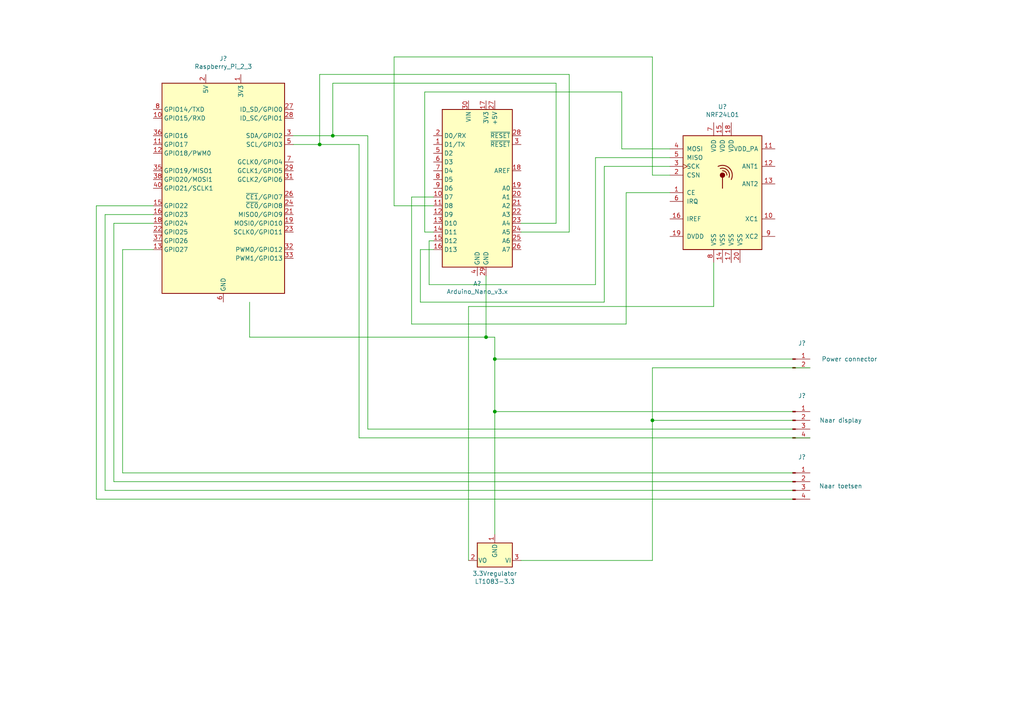
<source format=kicad_sch>
(kicad_sch (version 20250114) (generator "eeschema") (generator_version "9.0")
  (paper "A4")
  (lib_symbols
    (symbol "Connector:Conn_01x02_Male" (pin_names (offset 1.016) (hide yes))
      (property "Reference" "J" (at 0 2.54 0))
      (property "Value" "Connector_Conn_01x02_Male" (at 0 -5.08 0))
      (symbol "Conn_01x02_Male_1_1"
        (rectangle (start 0.8636 0.127) (end 0 -0.127) (stroke (width 0.1524)) (fill (type outline)))
        (rectangle (start 0.8636 -2.413) (end 0 -2.667) (stroke (width 0.1524)) (fill (type outline)))
        (polyline (pts (xy 1.27 0) (xy 0.8636 0)) (stroke (width 0.1524)))
        (polyline (pts (xy 1.27 -2.54) (xy 0.8636 -2.54)) (stroke (width 0.1524)))
        (pin passive line (at 5.08 0 180) (length 3.81) (name "Pin_1") (number "1"))
        (pin passive line (at 5.08 -2.54 180) (length 3.81) (name "Pin_2") (number "2"))
      )
    )
    (symbol "Connector:Conn_01x04_Male" (pin_names (offset 1.016) (hide yes))
      (property "Reference" "J" (at 0 5.08 0))
      (property "Value" "Connector_Conn_01x04_Male" (at 0 -7.62 0))
      (symbol "Conn_01x04_Male_1_1"
        (rectangle (start 0.8636 2.667) (end 0 2.413) (stroke (width 0.1524)) (fill (type outline)))
        (rectangle (start 0.8636 0.127) (end 0 -0.127) (stroke (width 0.1524)) (fill (type outline)))
        (rectangle (start 0.8636 -2.413) (end 0 -2.667) (stroke (width 0.1524)) (fill (type outline)))
        (rectangle (start 0.8636 -4.953) (end 0 -5.207) (stroke (width 0.1524)) (fill (type outline)))
        (polyline (pts (xy 1.27 2.54) (xy 0.8636 2.54)) (stroke (width 0.1524)))
        (polyline (pts (xy 1.27 0) (xy 0.8636 0)) (stroke (width 0.1524)))
        (polyline (pts (xy 1.27 -2.54) (xy 0.8636 -2.54)) (stroke (width 0.1524)))
        (polyline (pts (xy 1.27 -5.08) (xy 0.8636 -5.08)) (stroke (width 0.1524)))
        (pin passive line (at 5.08 2.54 180) (length 3.81) (name "Pin_1") (number "1"))
        (pin passive line (at 5.08 0 180) (length 3.81) (name "Pin_2") (number "2"))
        (pin passive line (at 5.08 -2.54 180) (length 3.81) (name "Pin_3") (number "3"))
        (pin passive line (at 5.08 -5.08 180) (length 3.81) (name "Pin_4") (number "4"))
      )
    )
    (symbol "Connector:Raspberry_Pi_2_3"
      (property "Reference" "J" (at -17.78 31.75 0))
      (property "Value" "Raspberry_Pi_2_3" (at 10.16 -31.75 0))
      (symbol "Raspberry_Pi_2_3_0_1"
        (rectangle (start -17.78 30.48) (end 17.78 -30.48) (stroke (width 0.254)) (fill (type background)))
      )
      (symbol "Raspberry_Pi_2_3_1_1"
        (pin bidirectional line (at -20.32 22.86 0) (length 2.54) (name "GPIO14/TXD") (number "8"))
        (pin bidirectional line (at -20.32 20.32 0) (length 2.54) (name "GPIO15/RXD") (number "10"))
        (pin bidirectional line (at -20.32 15.24 0) (length 2.54) (name "GPIO16") (number "36"))
        (pin bidirectional line (at -20.32 12.7 0) (length 2.54) (name "GPIO17") (number "11"))
        (pin bidirectional line (at -20.32 10.16 0) (length 2.54) (name "GPIO18/PWM0") (number "12"))
        (pin bidirectional line (at -20.32 5.08 0) (length 2.54) (name "GPIO19/MISO1") (number "35"))
        (pin bidirectional line (at -20.32 2.54 0) (length 2.54) (name "GPIO20/MOSI1") (number "38"))
        (pin bidirectional line (at -20.32 0 0) (length 2.54) (name "GPIO21/SCLK1") (number "40"))
        (pin bidirectional line (at -20.32 -5.08 0) (length 2.54) (name "GPIO22") (number "15"))
        (pin bidirectional line (at -20.32 -7.62 0) (length 2.54) (name "GPIO23") (number "16"))
        (pin bidirectional line (at -20.32 -10.16 0) (length 2.54) (name "GPIO24") (number "18"))
        (pin bidirectional line (at -20.32 -12.7 0) (length 2.54) (name "GPIO25") (number "22"))
        (pin bidirectional line (at -20.32 -15.24 0) (length 2.54) (name "GPIO26") (number "37"))
        (pin bidirectional line (at -20.32 -17.78 0) (length 2.54) (name "GPIO27") (number "13"))
        (pin power_in line (at -5.08 33.02 270) (length 2.54) (name "5V") (number "2"))
        (pin passive line (at -5.08 33.02 270) (length 2.54) (hide yes) (name "5V") (number "4"))
        (pin passive line (at 0 -33.02 90) (length 2.54) (hide yes) (name "GND") (number "14"))
        (pin passive line (at 0 -33.02 90) (length 2.54) (hide yes) (name "GND") (number "20"))
        (pin passive line (at 0 -33.02 90) (length 2.54) (hide yes) (name "GND") (number "25"))
        (pin passive line (at 0 -33.02 90) (length 2.54) (hide yes) (name "GND") (number "30"))
        (pin passive line (at 0 -33.02 90) (length 2.54) (hide yes) (name "GND") (number "34"))
        (pin passive line (at 0 -33.02 90) (length 2.54) (hide yes) (name "GND") (number "39"))
        (pin power_in line (at 0 -33.02 90) (length 2.54) (name "GND") (number "6"))
        (pin passive line (at 0 -33.02 90) (length 2.54) (hide yes) (name "GND") (number "9"))
        (pin power_in line (at 5.08 33.02 270) (length 2.54) (name "3V3") (number "1"))
        (pin passive line (at 5.08 33.02 270) (length 2.54) (hide yes) (name "3V3") (number "17"))
        (pin bidirectional line (at 20.32 22.86 180) (length 2.54) (name "ID_SD/GPIO0") (number "27"))
        (pin bidirectional line (at 20.32 20.32 180) (length 2.54) (name "ID_SC/GPIO1") (number "28"))
        (pin bidirectional line (at 20.32 15.24 180) (length 2.54) (name "SDA/GPIO2") (number "3"))
        (pin bidirectional line (at 20.32 12.7 180) (length 2.54) (name "SCL/GPIO3") (number "5"))
        (pin bidirectional line (at 20.32 7.62 180) (length 2.54) (name "GCLK0/GPIO4") (number "7"))
        (pin bidirectional line (at 20.32 5.08 180) (length 2.54) (name "GCLK1/GPIO5") (number "29"))
        (pin bidirectional line (at 20.32 2.54 180) (length 2.54) (name "GCLK2/GPIO6") (number "31"))
        (pin bidirectional line (at 20.32 -2.54 180) (length 2.54) (name "~{CE1}/GPIO7") (number "26"))
        (pin bidirectional line (at 20.32 -5.08 180) (length 2.54) (name "~{CE0}/GPIO8") (number "24"))
        (pin bidirectional line (at 20.32 -7.62 180) (length 2.54) (name "MISO0/GPIO9") (number "21"))
        (pin bidirectional line (at 20.32 -10.16 180) (length 2.54) (name "MOSI0/GPIO10") (number "19"))
        (pin bidirectional line (at 20.32 -12.7 180) (length 2.54) (name "SCLK0/GPIO11") (number "23"))
        (pin bidirectional line (at 20.32 -17.78 180) (length 2.54) (name "PWM0/GPIO12") (number "32"))
        (pin bidirectional line (at 20.32 -20.32 180) (length 2.54) (name "PWM1/GPIO13") (number "33"))
      )
    )
    (symbol "MCU_Module:Arduino_Nano_v3.x"
      (property "Reference" "A" (at -10.16 23.495 0))
      (property "Value" "Arduino_Nano_v3.x" (at 5.08 -24.13 0))
      (symbol "Arduino_Nano_v3.x_0_1"
        (rectangle (start -10.16 22.86) (end 10.16 -22.86) (stroke (width 0.254)) (fill (type background)))
      )
      (symbol "Arduino_Nano_v3.x_1_1"
        (pin bidirectional line (at -12.7 15.24 0) (length 2.54) (name "D0/RX") (number "2"))
        (pin bidirectional line (at -12.7 12.7 0) (length 2.54) (name "D1/TX") (number "1"))
        (pin bidirectional line (at -12.7 10.16 0) (length 2.54) (name "D2") (number "5"))
        (pin bidirectional line (at -12.7 7.62 0) (length 2.54) (name "D3") (number "6"))
        (pin bidirectional line (at -12.7 5.08 0) (length 2.54) (name "D4") (number "7"))
        (pin bidirectional line (at -12.7 2.54 0) (length 2.54) (name "D5") (number "8"))
        (pin bidirectional line (at -12.7 0 0) (length 2.54) (name "D6") (number "9"))
        (pin bidirectional line (at -12.7 -2.54 0) (length 2.54) (name "D7") (number "10"))
        (pin bidirectional line (at -12.7 -5.08 0) (length 2.54) (name "D8") (number "11"))
        (pin bidirectional line (at -12.7 -7.62 0) (length 2.54) (name "D9") (number "12"))
        (pin bidirectional line (at -12.7 -10.16 0) (length 2.54) (name "D10") (number "13"))
        (pin bidirectional line (at -12.7 -12.7 0) (length 2.54) (name "D11") (number "14"))
        (pin bidirectional line (at -12.7 -15.24 0) (length 2.54) (name "D12") (number "15"))
        (pin bidirectional line (at -12.7 -17.78 0) (length 2.54) (name "D13") (number "16"))
        (pin power_in line (at -2.54 25.4 270) (length 2.54) (name "VIN") (number "30"))
        (pin power_in line (at 0 -25.4 90) (length 2.54) (name "GND") (number "4"))
        (pin power_out line (at 2.54 25.4 270) (length 2.54) (name "3V3") (number "17"))
        (pin power_in line (at 2.54 -25.4 90) (length 2.54) (name "GND") (number "29"))
        (pin power_out line (at 5.08 25.4 270) (length 2.54) (name "+5V") (number "27"))
        (pin input line (at 12.7 15.24 180) (length 2.54) (name "~{RESET}") (number "28"))
        (pin input line (at 12.7 12.7 180) (length 2.54) (name "~{RESET}") (number "3"))
        (pin input line (at 12.7 5.08 180) (length 2.54) (name "AREF") (number "18"))
        (pin bidirectional line (at 12.7 0 180) (length 2.54) (name "A0") (number "19"))
        (pin bidirectional line (at 12.7 -2.54 180) (length 2.54) (name "A1") (number "20"))
        (pin bidirectional line (at 12.7 -5.08 180) (length 2.54) (name "A2") (number "21"))
        (pin bidirectional line (at 12.7 -7.62 180) (length 2.54) (name "A3") (number "22"))
        (pin bidirectional line (at 12.7 -10.16 180) (length 2.54) (name "A4") (number "23"))
        (pin bidirectional line (at 12.7 -12.7 180) (length 2.54) (name "A5") (number "24"))
        (pin bidirectional line (at 12.7 -15.24 180) (length 2.54) (name "A6") (number "25"))
        (pin bidirectional line (at 12.7 -17.78 180) (length 2.54) (name "A7") (number "26"))
      )
    )
    (symbol "RF:NRF24L01" (pin_names (offset 1.016))
      (property "Reference" "U" (at -11.43 17.78 0))
      (property "Value" "NRF24L01" (at 5.08 17.78 0))
      (symbol "NRF24L01_0_1"
        (rectangle (start -11.43 16.51) (end 11.43 -16.51) (stroke (width 0.254)) (fill (type background)))
        (arc (start -1.27 7.62) (mid 2.008 7.088) (end 2.54 3.81) (stroke (width 0.254)))
        (circle (center 0 5.08) (radius 0.635) (stroke (width 0.254)) (fill (type outline)))
        (polyline (pts (xy 0 4.445) (xy 0 1.27)) (stroke (width 0.254)))
        (arc (start -0.635 6.985) (mid 1.4383 6.5183) (end 1.905 4.445) (stroke (width 0.254)))
        (arc (start 0 6.35) (mid 0.9108 5.9908) (end 1.27 5.08) (stroke (width 0.254)))
        (rectangle (start 11.43 -13.97) (end 11.43 -13.97))
      )
      (symbol "NRF24L01_1_1"
        (pin input line (at -15.24 12.7 0) (length 3.81) (name "MOSI") (number "4"))
        (pin output line (at -15.24 10.16 0) (length 3.81) (name "MISO") (number "5"))
        (pin input clock (at -15.24 7.62 0) (length 3.81) (name "SCK") (number "3"))
        (pin input line (at -15.24 5.08 0) (length 3.81) (name "CSN") (number "2"))
        (pin input line (at -15.24 0 0) (length 3.81) (name "CE") (number "1"))
        (pin output line (at -15.24 -2.54 0) (length 3.81) (name "IRQ") (number "6"))
        (pin passive line (at -15.24 -7.62 0) (length 3.81) (name "IREF") (number "16"))
        (pin power_out line (at -15.24 -12.7 0) (length 3.81) (name "DVDD") (number "19"))
        (pin power_in line (at -2.54 20.32 270) (length 3.81) (name "VDD") (number "7"))
        (pin power_in line (at -2.54 -20.32 90) (length 3.81) (name "VSS") (number "8"))
        (pin power_in line (at 0 20.32 270) (length 3.81) (name "VDD") (number "15"))
        (pin power_in line (at 0 -20.32 90) (length 3.81) (name "VSS") (number "14"))
        (pin power_in line (at 2.54 20.32 270) (length 3.81) (name "VDD") (number "18"))
        (pin power_in line (at 2.54 -20.32 90) (length 3.81) (name "VSS") (number "17"))
        (pin power_in line (at 5.08 -20.32 90) (length 3.81) (name "VSS") (number "20"))
        (pin power_out line (at 15.24 12.7 180) (length 3.81) (name "VDD_PA") (number "11"))
        (pin passive line (at 15.24 7.62 180) (length 3.81) (name "ANT1") (number "12"))
        (pin passive line (at 15.24 2.54 180) (length 3.81) (name "ANT2") (number "13"))
        (pin passive line (at 15.24 -7.62 180) (length 3.81) (name "XC1") (number "10"))
        (pin passive line (at 15.24 -12.7 180) (length 3.81) (name "XC2") (number "9"))
      )
    )
    (symbol "Regulator_Linear:LT1083-3.3" (pin_names (offset 0.254))
      (property "Reference" "U" (at -3.81 3.175 0))
      (property "Value" "LT1083-3.3" (at 0 3.175 0))
      (symbol "LT1083-3.3_0_1"
        (rectangle (start -5.08 1.905) (end 5.08 -5.08) (stroke (width 0.254)) (fill (type background)))
      )
      (symbol "LT1083-3.3_1_1"
        (pin power_in line (at -7.62 0 0) (length 2.54) (name "VI") (number "3"))
        (pin power_in line (at 0 -7.62 90) (length 2.54) (name "GND") (number "1"))
        (pin power_out line (at 7.62 0 180) (length 2.54) (name "VO") (number "2"))
      )
    )
  )
  (junction (at 143.51 104.14))
  (junction (at 189.23 121.92))
  (junction (at 96.52 39.37))
  (junction (at 92.71 41.91))
  (junction (at 140.97 97.79))
  (junction (at 143.51 119.38))
  (wire (pts (xy 229.87 124.46) (xy 106.68 124.46)))
  (wire (pts (xy 189.23 121.92) (xy 189.23 162.56)))
  (wire (pts (xy 161.29 24.13) (xy 96.52 24.13)))
  (wire (pts (xy 72.39 97.79) (xy 140.97 97.79)))
  (wire (pts (xy 124.46 82.55) (xy 124.46 69.85)))
  (wire (pts (xy 181.61 93.98) (xy 119.38 93.98)))
  (wire (pts (xy 123.19 67.31) (xy 125.73 67.31)))
  (wire (pts (xy 229.87 144.78) (xy 27.94 144.78)))
  (wire (pts (xy 123.19 26.67) (xy 123.19 67.31)))
  (wire (pts (xy 194.31 45.72) (xy 172.72 45.72)))
  (wire (pts (xy 27.94 59.69) (xy 44.45 59.69)))
  (wire (pts (xy 165.1 67.31) (xy 165.1 21.59)))
  (wire (pts (xy 234.95 106.68) (xy 189.23 106.68)))
  (wire (pts (xy 121.92 72.39) (xy 125.73 72.39)))
  (wire (pts (xy 140.97 80.01) (xy 140.97 97.79)))
  (wire (pts (xy 151.13 67.31) (xy 165.1 67.31)))
  (wire (pts (xy 104.14 127) (xy 234.95 127)))
  (wire (pts (xy 229.87 139.7) (xy 33.02 139.7)))
  (wire (pts (xy 189.23 162.56) (xy 151.13 162.56)))
  (wire (pts (xy 175.26 48.26) (xy 175.26 87.63)))
  (wire (pts (xy 172.72 82.55) (xy 124.46 82.55)))
  (wire (pts (xy 27.94 59.69) (xy 27.94 144.78)))
  (wire (pts (xy 92.71 21.59) (xy 92.71 41.91)))
  (wire (pts (xy 161.29 64.77) (xy 161.29 24.13)))
  (wire (pts (xy 85.09 41.91) (xy 92.71 41.91)))
  (wire (pts (xy 175.26 87.63) (xy 121.92 87.63)))
  (wire (pts (xy 229.87 137.16) (xy 35.56 137.16)))
  (wire (pts (xy 35.56 72.39) (xy 44.45 72.39)))
  (wire (pts (xy 96.52 39.37) (xy 85.09 39.37)))
  (wire (pts (xy 96.52 24.13) (xy 96.52 39.37)))
  (wire (pts (xy 180.34 26.67) (xy 123.19 26.67)))
  (wire (pts (xy 229.87 104.14) (xy 143.51 104.14)))
  (wire (pts (xy 35.56 137.16) (xy 35.56 72.39)))
  (wire (pts (xy 229.87 119.38) (xy 143.51 119.38)))
  (wire (pts (xy 189.23 16.51) (xy 114.3 16.51)))
  (wire (pts (xy 135.89 88.9) (xy 207.01 88.9)))
  (wire (pts (xy 180.34 43.18) (xy 180.34 26.67)))
  (wire (pts (xy 229.87 142.24) (xy 30.48 142.24)))
  (wire (pts (xy 106.68 124.46) (xy 106.68 39.37)))
  (wire (pts (xy 140.97 97.79) (xy 143.51 97.79)))
  (wire (pts (xy 151.13 64.77) (xy 161.29 64.77)))
  (wire (pts (xy 194.31 55.88) (xy 181.61 55.88)))
  (wire (pts (xy 143.51 119.38) (xy 143.51 154.94)))
  (wire (pts (xy 143.51 104.14) (xy 143.51 119.38)))
  (wire (pts (xy 207.01 88.9) (xy 207.01 76.2)))
  (wire (pts (xy 33.02 64.77) (xy 44.45 64.77)))
  (wire (pts (xy 30.48 62.23) (xy 44.45 62.23)))
  (wire (pts (xy 135.89 162.56) (xy 135.89 88.9)))
  (wire (pts (xy 194.31 43.18) (xy 180.34 43.18)))
  (wire (pts (xy 124.46 69.85) (xy 125.73 69.85)))
  (wire (pts (xy 106.68 39.37) (xy 96.52 39.37)))
  (wire (pts (xy 119.38 93.98) (xy 119.38 57.15)))
  (wire (pts (xy 114.3 16.51) (xy 114.3 59.69)))
  (wire (pts (xy 104.14 41.91) (xy 104.14 127)))
  (wire (pts (xy 121.92 87.63) (xy 121.92 72.39)))
  (wire (pts (xy 189.23 106.68) (xy 189.23 121.92)))
  (wire (pts (xy 194.31 48.26) (xy 175.26 48.26)))
  (wire (pts (xy 143.51 97.79) (xy 143.51 104.14)))
  (wire (pts (xy 119.38 57.15) (xy 125.73 57.15)))
  (wire (pts (xy 181.61 55.88) (xy 181.61 93.98)))
  (wire (pts (xy 172.72 45.72) (xy 172.72 82.55)))
  (wire (pts (xy 229.87 121.92) (xy 189.23 121.92)))
  (wire (pts (xy 165.1 21.59) (xy 92.71 21.59)))
  (wire (pts (xy 33.02 139.7) (xy 33.02 64.77)))
  (wire (pts (xy 194.31 50.8) (xy 189.23 50.8)))
  (wire (pts (xy 189.23 50.8) (xy 189.23 16.51)))
  (wire (pts (xy 72.39 87.63) (xy 72.39 97.79)))
  (wire (pts (xy 114.3 59.69) (xy 125.73 59.69)))
  (wire (pts (xy 92.71 41.91) (xy 104.14 41.91)))
  (wire (pts (xy 30.48 142.24) (xy 30.48 62.23)))
  (symbol (lib_id "Connector:Raspberry_Pi_2_3") (at 64.77 54.61 0) (unit 1)
    (property "Reference" "J?" (at 64.77 16.9926 0))
    (property "Value" "Raspberry_Pi_2_3" (at 64.77 19.304 0))
    (property "Datasheet" "https://www.raspberrypi.org/documentation/hardware/raspberrypi/schematics/rpi_SCH_3bplus_1p0_reduced.pdf" (effects (hide yes)))
  )
  (symbol (lib_id "MCU_Module:Arduino_Nano_v3.x") (at 138.43 54.61 0) (unit 1)
    (property "Reference" "A?" (at 138.43 82.2706 0))
    (property "Value" "Arduino_Nano_v3.x" (at 138.43 84.582 0))
    (property "Footprint" "Module:Arduino_Nano" (effects (hide yes)))
    (property "Datasheet" "http://www.mouser.com/pdfdocs/Gravitech_Arduino_Nano3_0.pdf" (effects (hide yes)))
  )
  (symbol (lib_id "RF:NRF24L01") (at 209.55 55.88 0) (unit 1)
    (property "Reference" "U?" (at 209.55 30.9626 0))
    (property "Value" "NRF24L01" (at 209.55 33.274 0))
    (property "Footprint" "Package_DFN_QFN:QFN-20-1EP_4x4mm_P0.5mm_EP2.5x2.5mm" (effects (hide yes)))
    (property "Datasheet" "http://www.nordicsemi.com/eng/content/download/2730/34105/file/nRF24L01_Product_Specification_v2_0.pdf" (effects (hide yes)))
  )
  (symbol (lib_id "Regulator_Linear:LT1083-3.3") (at 143.51 162.56 180) (unit 1)
    (property "Reference" "3.3Vregulator" (at 143.51 166.3446 0))
    (property "Value" "LT1083-3.3" (at 143.51 168.656 0))
    (property "Datasheet" "https://www.analog.com/media/en/technical-documentation/data-sheets/1083ffe.pdf" (effects (hide yes)))
  )
  (symbol (lib_id "Connector:Conn_01x02_Male") (at 229.87 104.14 0) (unit 1)
    (property "Reference" "J?" (at 232.6132 99.5426 0))
    (property "Value" "Power connector" (at 246.38 104.14 0))
  )
  (symbol (lib_id "Connector:Conn_01x04_Male") (at 229.87 121.92 0) (unit 1)
    (property "Reference" "J?" (at 232.6132 114.7826 0))
    (property "Value" "Naar display" (at 243.84 121.92 0))
  )
  (symbol (lib_id "Connector:Conn_01x04_Male") (at 229.87 139.7 0) (unit 1)
    (property "Reference" "J?" (at 232.6132 132.5626 0))
    (property "Value" "Naar toetsen" (at 243.84 140.97 0))
  )
)
</source>
